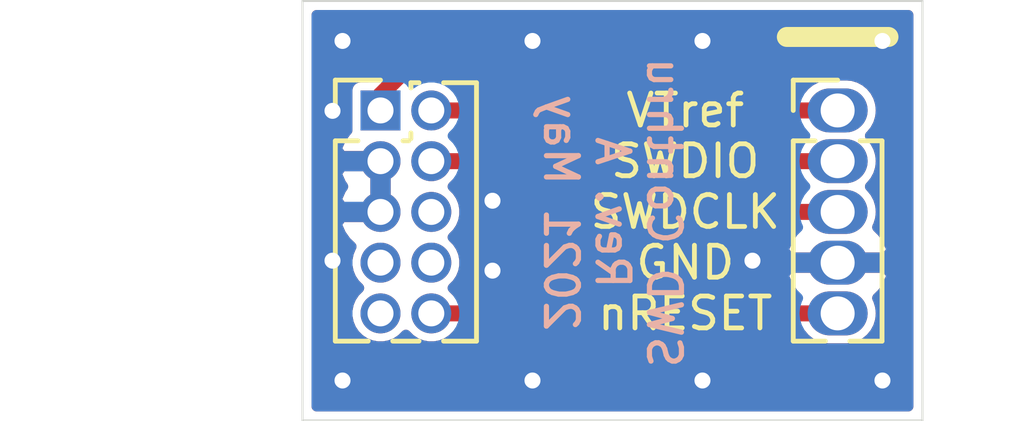
<source format=kicad_pcb>
(kicad_pcb (version 20171130) (host pcbnew "(5.1.10-1-10_14)")

  (general
    (thickness 1.6)
    (drawings 11)
    (tracks 25)
    (zones 0)
    (modules 2)
    (nets 6)
  )

  (page A4)
  (title_block
    (title SWD2Conthrough)
    (date 2021-05-27)
    (rev A)
    (company "Akiyuki Okayasu")
  )

  (layers
    (0 F.Cu signal)
    (31 B.Cu signal)
    (32 B.Adhes user)
    (33 F.Adhes user)
    (34 B.Paste user)
    (35 F.Paste user)
    (36 B.SilkS user)
    (37 F.SilkS user)
    (38 B.Mask user)
    (39 F.Mask user)
    (40 Dwgs.User user)
    (41 Cmts.User user)
    (42 Eco1.User user)
    (43 Eco2.User user)
    (44 Edge.Cuts user)
    (45 Margin user)
    (46 B.CrtYd user)
    (47 F.CrtYd user)
    (48 B.Fab user)
    (49 F.Fab user)
  )

  (setup
    (last_trace_width 0.25)
    (user_trace_width 0.4)
    (trace_clearance 0.2)
    (zone_clearance 0.2)
    (zone_45_only yes)
    (trace_min 0.2)
    (via_size 0.8)
    (via_drill 0.4)
    (via_min_size 0.4)
    (via_min_drill 0.3)
    (uvia_size 0.3)
    (uvia_drill 0.1)
    (uvias_allowed no)
    (uvia_min_size 0.2)
    (uvia_min_drill 0.1)
    (edge_width 0.05)
    (segment_width 0.2)
    (pcb_text_width 0.3)
    (pcb_text_size 1.5 1.5)
    (mod_edge_width 0.12)
    (mod_text_size 1 1)
    (mod_text_width 0.15)
    (pad_size 1.524 1.524)
    (pad_drill 0.762)
    (pad_to_mask_clearance 0)
    (aux_axis_origin 0 0)
    (grid_origin 147.1 105.4)
    (visible_elements FFFFFF7F)
    (pcbplotparams
      (layerselection 0x010fc_ffffffff)
      (usegerberextensions false)
      (usegerberattributes true)
      (usegerberadvancedattributes true)
      (creategerberjobfile true)
      (excludeedgelayer true)
      (linewidth 0.100000)
      (plotframeref false)
      (viasonmask false)
      (mode 1)
      (useauxorigin false)
      (hpglpennumber 1)
      (hpglpenspeed 20)
      (hpglpendiameter 15.000000)
      (psnegative false)
      (psa4output false)
      (plotreference true)
      (plotvalue true)
      (plotinvisibletext false)
      (padsonsilk false)
      (subtractmaskfromsilk false)
      (outputformat 1)
      (mirror false)
      (drillshape 0)
      (scaleselection 1)
      (outputdirectory "JLinkSWDJig_RevA_Gerber/"))
  )

  (net 0 "")
  (net 1 /~RESET)
  (net 2 GND)
  (net 3 /SWDCLK)
  (net 4 /SWDIO)
  (net 5 /VTref)

  (net_class Default "This is the default net class."
    (clearance 0.2)
    (trace_width 0.25)
    (via_dia 0.8)
    (via_drill 0.4)
    (uvia_dia 0.3)
    (uvia_drill 0.1)
    (add_net /SWDCLK)
    (add_net /SWDIO)
    (add_net /VTref)
    (add_net /~RESET)
    (add_net GND)
  )

  (module Akiyuki_Footprint:Mac8_XB-1_P1.27mm_Vertical_5pin (layer F.Cu) (tedit 60ADDF4C) (tstamp 60AD3113)
    (at 157.48 104.14)
    (descr "Through hole straight pin header, 1x05, 1.27mm pitch, single row")
    (tags "Through hole pin header THT 1x05 1.27mm single row")
    (path /60AD4D91)
    (fp_text reference J2 (at 0 -1.695) (layer F.SilkS) hide
      (effects (font (size 1 1) (thickness 0.15)))
    )
    (fp_text value Conn_01x05 (at 0 6.775) (layer F.Fab)
      (effects (font (size 1 1) (thickness 0.15)))
    )
    (fp_line (start -0.525 -0.635) (end 1.05 -0.635) (layer F.Fab) (width 0.1))
    (fp_line (start 1.05 -0.635) (end 1.05 5.715) (layer F.Fab) (width 0.1))
    (fp_line (start 1.05 5.715) (end -1.05 5.715) (layer F.Fab) (width 0.1))
    (fp_line (start -1.05 5.715) (end -1.05 -0.11) (layer F.Fab) (width 0.1))
    (fp_line (start -1.05 -0.11) (end -0.525 -0.635) (layer F.Fab) (width 0.1))
    (fp_line (start -1.11 5.775) (end -0.30753 5.775) (layer F.SilkS) (width 0.12))
    (fp_line (start 0.30753 5.775) (end 1.11 5.775) (layer F.SilkS) (width 0.12))
    (fp_line (start -1.11 0.76) (end -1.11 5.775) (layer F.SilkS) (width 0.12))
    (fp_line (start 1.11 0.76) (end 1.11 5.775) (layer F.SilkS) (width 0.12))
    (fp_line (start -1.11 0.76) (end -0.563471 0.76) (layer F.SilkS) (width 0.12))
    (fp_line (start 0.563471 0.76) (end 1.11 0.76) (layer F.SilkS) (width 0.12))
    (fp_line (start -1.11 0) (end -1.11 -0.76) (layer F.SilkS) (width 0.12))
    (fp_line (start -1.11 -0.76) (end 0 -0.76) (layer F.SilkS) (width 0.12))
    (fp_line (start -1.55 -1.15) (end -1.55 6.25) (layer F.CrtYd) (width 0.05))
    (fp_line (start -1.55 6.25) (end 1.55 6.25) (layer F.CrtYd) (width 0.05))
    (fp_line (start 1.55 6.25) (end 1.55 -1.15) (layer F.CrtYd) (width 0.05))
    (fp_line (start 1.55 -1.15) (end -1.55 -1.15) (layer F.CrtYd) (width 0.05))
    (fp_text user %R (at 0 2.54 90) (layer F.Fab)
      (effects (font (size 1 1) (thickness 0.15)))
    )
    (pad 1 thru_hole oval (at 0 0) (size 1.5 1.1) (drill 0.85) (layers *.Cu *.Mask)
      (net 5 /VTref))
    (pad 2 thru_hole oval (at 0 1.27) (size 1.5 1.1) (drill 0.85) (layers *.Cu *.Mask)
      (net 4 /SWDIO))
    (pad 3 thru_hole oval (at 0 2.54) (size 1.5 1.1) (drill 0.85) (layers *.Cu *.Mask)
      (net 3 /SWDCLK))
    (pad 4 thru_hole oval (at 0 3.81) (size 1.5 1.1) (drill 0.85) (layers *.Cu *.Mask)
      (net 2 GND))
    (pad 5 thru_hole oval (at 0 5.08) (size 1.5 1.1) (drill 0.85) (layers *.Cu *.Mask)
      (net 1 /~RESET))
    (model ${KISYS3DMOD}/Connector_PinHeader_1.27mm.3dshapes/PinHeader_1x05_P1.27mm_Vertical.wrl
      (at (xyz 0 0 0))
      (scale (xyz 1 1 1))
      (rotate (xyz 0 0 0))
    )
  )

  (module Connector_PinHeader_1.27mm:PinHeader_2x05_P1.27mm_Vertical (layer F.Cu) (tedit 59FED6E3) (tstamp 60AD32A9)
    (at 146.05 104.14)
    (descr "Through hole straight pin header, 2x05, 1.27mm pitch, double rows")
    (tags "Through hole pin header THT 2x05 1.27mm double row")
    (path /60AD3C0D)
    (fp_text reference J1 (at 0.635 -1.695) (layer F.SilkS) hide
      (effects (font (size 1 1) (thickness 0.15)))
    )
    (fp_text value JLink_9pinCortexM_Adapter (at 0.635 6.775) (layer F.Fab)
      (effects (font (size 1 1) (thickness 0.15)))
    )
    (fp_line (start 2.85 -1.15) (end -1.6 -1.15) (layer F.CrtYd) (width 0.05))
    (fp_line (start 2.85 6.25) (end 2.85 -1.15) (layer F.CrtYd) (width 0.05))
    (fp_line (start -1.6 6.25) (end 2.85 6.25) (layer F.CrtYd) (width 0.05))
    (fp_line (start -1.6 -1.15) (end -1.6 6.25) (layer F.CrtYd) (width 0.05))
    (fp_line (start -1.13 -0.76) (end 0 -0.76) (layer F.SilkS) (width 0.12))
    (fp_line (start -1.13 0) (end -1.13 -0.76) (layer F.SilkS) (width 0.12))
    (fp_line (start 1.57753 -0.695) (end 2.4 -0.695) (layer F.SilkS) (width 0.12))
    (fp_line (start 0.76 -0.695) (end 0.96247 -0.695) (layer F.SilkS) (width 0.12))
    (fp_line (start 0.76 -0.563471) (end 0.76 -0.695) (layer F.SilkS) (width 0.12))
    (fp_line (start 0.76 0.706529) (end 0.76 0.563471) (layer F.SilkS) (width 0.12))
    (fp_line (start 0.563471 0.76) (end 0.706529 0.76) (layer F.SilkS) (width 0.12))
    (fp_line (start -1.13 0.76) (end -0.563471 0.76) (layer F.SilkS) (width 0.12))
    (fp_line (start 2.4 -0.695) (end 2.4 5.775) (layer F.SilkS) (width 0.12))
    (fp_line (start -1.13 0.76) (end -1.13 5.775) (layer F.SilkS) (width 0.12))
    (fp_line (start 0.30753 5.775) (end 0.96247 5.775) (layer F.SilkS) (width 0.12))
    (fp_line (start 1.57753 5.775) (end 2.4 5.775) (layer F.SilkS) (width 0.12))
    (fp_line (start -1.13 5.775) (end -0.30753 5.775) (layer F.SilkS) (width 0.12))
    (fp_line (start -1.07 0.2175) (end -0.2175 -0.635) (layer F.Fab) (width 0.1))
    (fp_line (start -1.07 5.715) (end -1.07 0.2175) (layer F.Fab) (width 0.1))
    (fp_line (start 2.34 5.715) (end -1.07 5.715) (layer F.Fab) (width 0.1))
    (fp_line (start 2.34 -0.635) (end 2.34 5.715) (layer F.Fab) (width 0.1))
    (fp_line (start -0.2175 -0.635) (end 2.34 -0.635) (layer F.Fab) (width 0.1))
    (fp_text user %R (at 0.635 2.54 90) (layer F.Fab)
      (effects (font (size 1 1) (thickness 0.15)))
    )
    (pad 1 thru_hole rect (at 0 0) (size 1 1) (drill 0.65) (layers *.Cu *.Mask)
      (net 5 /VTref))
    (pad 2 thru_hole oval (at 1.27 0) (size 1 1) (drill 0.65) (layers *.Cu *.Mask)
      (net 4 /SWDIO))
    (pad 3 thru_hole oval (at 0 1.27) (size 1 1) (drill 0.65) (layers *.Cu *.Mask)
      (net 2 GND))
    (pad 4 thru_hole oval (at 1.27 1.27) (size 1 1) (drill 0.65) (layers *.Cu *.Mask)
      (net 3 /SWDCLK))
    (pad 5 thru_hole oval (at 0 2.54) (size 1 1) (drill 0.65) (layers *.Cu *.Mask)
      (net 2 GND))
    (pad 6 thru_hole oval (at 1.27 2.54) (size 1 1) (drill 0.65) (layers *.Cu *.Mask))
    (pad 7 thru_hole oval (at 0 3.81) (size 1 1) (drill 0.65) (layers *.Cu *.Mask))
    (pad 8 thru_hole oval (at 1.27 3.81) (size 1 1) (drill 0.65) (layers *.Cu *.Mask))
    (pad 9 thru_hole oval (at 0 5.08) (size 1 1) (drill 0.65) (layers *.Cu *.Mask))
    (pad 10 thru_hole oval (at 1.27 5.08) (size 1 1) (drill 0.65) (layers *.Cu *.Mask)
      (net 1 /~RESET))
    (model ${KISYS3DMOD}/Connector_PinHeader_1.27mm.3dshapes/PinHeader_2x05_P1.27mm_Vertical.wrl
      (at (xyz 0 0 0))
      (scale (xyz 1 1 1))
      (rotate (xyz 0 0 0))
    )
  )

  (gr_text "SWD Conthru\nRev. A\n2021 May" (at 151.85 106.7 -90) (layer B.SilkS)
    (effects (font (size 0.8 0.8) (thickness 0.13)) (justify mirror))
  )
  (gr_line (start 159.6 101.4) (end 144.1 101.4) (layer Edge.Cuts) (width 0.05) (tstamp 60AD349A))
  (gr_line (start 159.6 111.9) (end 159.6 101.4) (layer Edge.Cuts) (width 0.05))
  (gr_line (start 144.1 111.9) (end 159.6 111.9) (layer Edge.Cuts) (width 0.05))
  (gr_line (start 144.1 101.4) (end 144.1 111.9) (layer Edge.Cuts) (width 0.05))
  (gr_line (start 156.21 102.3) (end 158.75 102.3) (layer F.SilkS) (width 0.5))
  (gr_text nRESET (at 153.67 109.22) (layer F.SilkS) (tstamp 60AD33A1)
    (effects (font (size 0.8 0.8) (thickness 0.12)))
  )
  (gr_text GND (at 153.67 107.95) (layer F.SilkS) (tstamp 60AD339E)
    (effects (font (size 0.8 0.8) (thickness 0.12)))
  )
  (gr_text SWDCLK (at 153.67 106.68) (layer F.SilkS) (tstamp 60AD339A)
    (effects (font (size 0.8 0.8) (thickness 0.12)))
  )
  (gr_text SWDIO (at 153.67 105.41) (layer F.SilkS) (tstamp 60AD338C)
    (effects (font (size 0.8 0.8) (thickness 0.12)))
  )
  (gr_text VTref (at 153.67 104.14) (layer F.SilkS)
    (effects (font (size 0.8 0.8) (thickness 0.12)))
  )

  (segment (start 157.48 109.22) (end 147.32 109.22) (width 0.4) (layer F.Cu) (net 1))
  (via (at 145.1 102.4) (size 0.8) (drill 0.4) (layers F.Cu B.Cu) (net 2))
  (via (at 145.1 110.9) (size 0.8) (drill 0.4) (layers F.Cu B.Cu) (net 2))
  (via (at 149.85 110.9) (size 0.8) (drill 0.4) (layers F.Cu B.Cu) (net 2))
  (via (at 154.1 110.9) (size 0.8) (drill 0.4) (layers F.Cu B.Cu) (net 2))
  (via (at 158.6 110.9) (size 0.8) (drill 0.4) (layers F.Cu B.Cu) (net 2))
  (via (at 158.6 102.4) (size 0.8) (drill 0.4) (layers F.Cu B.Cu) (net 2))
  (via (at 154.1 102.4) (size 0.8) (drill 0.4) (layers F.Cu B.Cu) (net 2))
  (via (at 149.85 102.4) (size 0.8) (drill 0.4) (layers F.Cu B.Cu) (net 2))
  (via (at 155.35 107.9) (size 0.8) (drill 0.4) (layers F.Cu B.Cu) (net 2))
  (via (at 148.85 106.4) (size 0.8) (drill 0.4) (layers F.Cu B.Cu) (net 2))
  (via (at 148.85 108.15) (size 0.8) (drill 0.4) (layers F.Cu B.Cu) (net 2))
  (via (at 144.85 107.9) (size 0.8) (drill 0.4) (layers F.Cu B.Cu) (net 2))
  (via (at 144.85 104.15) (size 0.8) (drill 0.4) (layers F.Cu B.Cu) (net 2))
  (segment (start 154.36 105.41) (end 147.32 105.41) (width 0.4) (layer F.Cu) (net 3))
  (segment (start 155.63 106.68) (end 154.36 105.41) (width 0.4) (layer F.Cu) (net 3))
  (segment (start 157.48 106.68) (end 155.63 106.68) (width 0.4) (layer F.Cu) (net 3))
  (segment (start 154.59 104.14) (end 147.32 104.14) (width 0.4) (layer F.Cu) (net 4))
  (segment (start 155.86 105.41) (end 154.59 104.14) (width 0.4) (layer F.Cu) (net 4))
  (segment (start 157.48 105.41) (end 155.86 105.41) (width 0.4) (layer F.Cu) (net 4))
  (segment (start 156.04 104.14) (end 157.48 104.14) (width 0.4) (layer F.Cu) (net 5))
  (segment (start 146.6 103.2) (end 155.1 103.2) (width 0.4) (layer F.Cu) (net 5))
  (segment (start 155.1 103.2) (end 156.04 104.14) (width 0.4) (layer F.Cu) (net 5))
  (segment (start 146.05 103.75) (end 146.6 103.2) (width 0.4) (layer F.Cu) (net 5))
  (segment (start 146.05 104.14) (end 146.05 103.75) (width 0.4) (layer F.Cu) (net 5))

  (zone (net 2) (net_name GND) (layer F.Cu) (tstamp 60AD3AD9) (hatch edge 0.508)
    (connect_pads (clearance 0.2))
    (min_thickness 0.254)
    (fill yes (arc_segments 32) (thermal_gap 0.508) (thermal_bridge_width 0.508))
    (polygon
      (pts
        (xy 159.6 111.9) (xy 144.1 111.9) (xy 144.1 101.4) (xy 159.6 101.4)
      )
    )
    (filled_polygon
      (pts
        (xy 159.248 111.548) (xy 144.452 111.548) (xy 144.452 105.711874) (xy 144.955881 105.711874) (xy 144.972554 105.766864)
        (xy 145.062877 105.970206) (xy 145.115639 106.045) (xy 145.062877 106.119794) (xy 144.972554 106.323136) (xy 144.955881 106.378126)
        (xy 145.082046 106.553) (xy 145.923 106.553) (xy 145.923 105.537) (xy 145.082046 105.537) (xy 144.955881 105.711874)
        (xy 144.452 105.711874) (xy 144.452 105.108126) (xy 144.955881 105.108126) (xy 145.082046 105.283) (xy 145.923 105.283)
        (xy 145.923 105.263) (xy 146.177 105.263) (xy 146.177 105.283) (xy 146.197 105.283) (xy 146.197 105.537)
        (xy 146.177 105.537) (xy 146.177 106.553) (xy 146.197 106.553) (xy 146.197 106.807) (xy 146.177 106.807)
        (xy 146.177 106.827) (xy 145.923 106.827) (xy 145.923 106.807) (xy 145.082046 106.807) (xy 144.955881 106.981874)
        (xy 144.972554 107.036864) (xy 145.062877 107.240206) (xy 145.191135 107.42202) (xy 145.323859 107.548188) (xy 145.317123 107.558269)
        (xy 145.254782 107.708773) (xy 145.223 107.868548) (xy 145.223 108.031452) (xy 145.254782 108.191227) (xy 145.317123 108.341731)
        (xy 145.407628 108.477181) (xy 145.515447 108.585) (xy 145.407628 108.692819) (xy 145.317123 108.828269) (xy 145.254782 108.978773)
        (xy 145.223 109.138548) (xy 145.223 109.301452) (xy 145.254782 109.461227) (xy 145.317123 109.611731) (xy 145.407628 109.747181)
        (xy 145.522819 109.862372) (xy 145.658269 109.952877) (xy 145.808773 110.015218) (xy 145.968548 110.047) (xy 146.131452 110.047)
        (xy 146.291227 110.015218) (xy 146.441731 109.952877) (xy 146.577181 109.862372) (xy 146.685 109.754553) (xy 146.792819 109.862372)
        (xy 146.928269 109.952877) (xy 147.078773 110.015218) (xy 147.238548 110.047) (xy 147.401452 110.047) (xy 147.561227 110.015218)
        (xy 147.711731 109.952877) (xy 147.847181 109.862372) (xy 147.962372 109.747181) (xy 147.962493 109.747) (xy 156.577973 109.747)
        (xy 156.656867 109.843133) (xy 156.790408 109.952727) (xy 156.942763 110.034162) (xy 157.108078 110.08431) (xy 157.236921 110.097)
        (xy 157.723079 110.097) (xy 157.851922 110.08431) (xy 158.017237 110.034162) (xy 158.169592 109.952727) (xy 158.303133 109.843133)
        (xy 158.412727 109.709592) (xy 158.494162 109.557237) (xy 158.54431 109.391922) (xy 158.561243 109.22) (xy 158.54431 109.048078)
        (xy 158.494162 108.882763) (xy 158.469522 108.836664) (xy 158.598934 108.707877) (xy 158.729131 108.514039) (xy 158.819011 108.298526)
        (xy 158.823803 108.259744) (xy 158.698361 108.077) (xy 157.607 108.077) (xy 157.607 108.097) (xy 157.353 108.097)
        (xy 157.353 108.077) (xy 156.261639 108.077) (xy 156.136197 108.259744) (xy 156.140989 108.298526) (xy 156.230869 108.514039)
        (xy 156.351073 108.693) (xy 147.962493 108.693) (xy 147.962372 108.692819) (xy 147.854553 108.585) (xy 147.962372 108.477181)
        (xy 148.052877 108.341731) (xy 148.115218 108.191227) (xy 148.147 108.031452) (xy 148.147 107.868548) (xy 148.115218 107.708773)
        (xy 148.052877 107.558269) (xy 147.962372 107.422819) (xy 147.854553 107.315) (xy 147.962372 107.207181) (xy 148.052877 107.071731)
        (xy 148.115218 106.921227) (xy 148.147 106.761452) (xy 148.147 106.598548) (xy 148.115218 106.438773) (xy 148.052877 106.288269)
        (xy 147.962372 106.152819) (xy 147.854553 106.045) (xy 147.962372 105.937181) (xy 147.962493 105.937) (xy 154.141711 105.937)
        (xy 155.239049 107.034339) (xy 155.255552 107.054448) (xy 155.335798 107.120304) (xy 155.400303 107.154782) (xy 155.42735 107.169239)
        (xy 155.52669 107.199374) (xy 155.629999 107.209549) (xy 155.65588 107.207) (xy 156.351073 107.207) (xy 156.230869 107.385961)
        (xy 156.140989 107.601474) (xy 156.136197 107.640256) (xy 156.261639 107.823) (xy 157.353 107.823) (xy 157.353 107.803)
        (xy 157.607 107.803) (xy 157.607 107.823) (xy 158.698361 107.823) (xy 158.823803 107.640256) (xy 158.819011 107.601474)
        (xy 158.729131 107.385961) (xy 158.598934 107.192123) (xy 158.469522 107.063336) (xy 158.494162 107.017237) (xy 158.54431 106.851922)
        (xy 158.561243 106.68) (xy 158.54431 106.508078) (xy 158.494162 106.342763) (xy 158.412727 106.190408) (xy 158.303133 106.056867)
        (xy 158.288673 106.045) (xy 158.303133 106.033133) (xy 158.412727 105.899592) (xy 158.494162 105.747237) (xy 158.54431 105.581922)
        (xy 158.561243 105.41) (xy 158.54431 105.238078) (xy 158.494162 105.072763) (xy 158.412727 104.920408) (xy 158.303133 104.786867)
        (xy 158.288673 104.775) (xy 158.303133 104.763133) (xy 158.412727 104.629592) (xy 158.494162 104.477237) (xy 158.54431 104.311922)
        (xy 158.561243 104.14) (xy 158.54431 103.968078) (xy 158.494162 103.802763) (xy 158.412727 103.650408) (xy 158.303133 103.516867)
        (xy 158.169592 103.407273) (xy 158.017237 103.325838) (xy 157.851922 103.27569) (xy 157.723079 103.263) (xy 157.236921 103.263)
        (xy 157.108078 103.27569) (xy 156.942763 103.325838) (xy 156.790408 103.407273) (xy 156.656867 103.516867) (xy 156.577973 103.613)
        (xy 156.258291 103.613) (xy 155.490955 102.845666) (xy 155.474448 102.825552) (xy 155.394202 102.759696) (xy 155.30265 102.710761)
        (xy 155.20331 102.680626) (xy 155.125881 102.673) (xy 155.1 102.670451) (xy 155.074119 102.673) (xy 146.625877 102.673)
        (xy 146.599999 102.670451) (xy 146.574121 102.673) (xy 146.574119 102.673) (xy 146.49669 102.680626) (xy 146.39735 102.710761)
        (xy 146.305798 102.759696) (xy 146.225552 102.825552) (xy 146.209049 102.845661) (xy 145.743293 103.311418) (xy 145.55 103.311418)
        (xy 145.485897 103.317732) (xy 145.424257 103.33643) (xy 145.36745 103.366794) (xy 145.317657 103.407657) (xy 145.276794 103.45745)
        (xy 145.24643 103.514257) (xy 145.227732 103.575897) (xy 145.221418 103.64) (xy 145.221418 104.639193) (xy 145.191135 104.66798)
        (xy 145.062877 104.849794) (xy 144.972554 105.053136) (xy 144.955881 105.108126) (xy 144.452 105.108126) (xy 144.452 101.752)
        (xy 159.248001 101.752)
      )
    )
  )
  (zone (net 2) (net_name GND) (layer B.Cu) (tstamp 60AD3AD6) (hatch edge 0.508)
    (connect_pads (clearance 0.2))
    (min_thickness 0.254)
    (fill yes (arc_segments 32) (thermal_gap 0.508) (thermal_bridge_width 0.508))
    (polygon
      (pts
        (xy 159.6 111.9) (xy 144.1 111.9) (xy 144.1 101.4) (xy 159.6 101.4)
      )
    )
    (filled_polygon
      (pts
        (xy 159.248 111.548) (xy 144.452 111.548) (xy 144.452 105.711874) (xy 144.955881 105.711874) (xy 144.972554 105.766864)
        (xy 145.062877 105.970206) (xy 145.115639 106.045) (xy 145.062877 106.119794) (xy 144.972554 106.323136) (xy 144.955881 106.378126)
        (xy 145.082046 106.553) (xy 145.923 106.553) (xy 145.923 105.537) (xy 145.082046 105.537) (xy 144.955881 105.711874)
        (xy 144.452 105.711874) (xy 144.452 105.108126) (xy 144.955881 105.108126) (xy 145.082046 105.283) (xy 145.923 105.283)
        (xy 145.923 105.263) (xy 146.177 105.263) (xy 146.177 105.283) (xy 146.197 105.283) (xy 146.197 105.537)
        (xy 146.177 105.537) (xy 146.177 106.553) (xy 146.197 106.553) (xy 146.197 106.807) (xy 146.177 106.807)
        (xy 146.177 106.827) (xy 145.923 106.827) (xy 145.923 106.807) (xy 145.082046 106.807) (xy 144.955881 106.981874)
        (xy 144.972554 107.036864) (xy 145.062877 107.240206) (xy 145.191135 107.42202) (xy 145.323859 107.548188) (xy 145.317123 107.558269)
        (xy 145.254782 107.708773) (xy 145.223 107.868548) (xy 145.223 108.031452) (xy 145.254782 108.191227) (xy 145.317123 108.341731)
        (xy 145.407628 108.477181) (xy 145.515447 108.585) (xy 145.407628 108.692819) (xy 145.317123 108.828269) (xy 145.254782 108.978773)
        (xy 145.223 109.138548) (xy 145.223 109.301452) (xy 145.254782 109.461227) (xy 145.317123 109.611731) (xy 145.407628 109.747181)
        (xy 145.522819 109.862372) (xy 145.658269 109.952877) (xy 145.808773 110.015218) (xy 145.968548 110.047) (xy 146.131452 110.047)
        (xy 146.291227 110.015218) (xy 146.441731 109.952877) (xy 146.577181 109.862372) (xy 146.685 109.754553) (xy 146.792819 109.862372)
        (xy 146.928269 109.952877) (xy 147.078773 110.015218) (xy 147.238548 110.047) (xy 147.401452 110.047) (xy 147.561227 110.015218)
        (xy 147.711731 109.952877) (xy 147.847181 109.862372) (xy 147.962372 109.747181) (xy 148.052877 109.611731) (xy 148.115218 109.461227)
        (xy 148.147 109.301452) (xy 148.147 109.138548) (xy 148.115218 108.978773) (xy 148.052877 108.828269) (xy 147.962372 108.692819)
        (xy 147.854553 108.585) (xy 147.962372 108.477181) (xy 148.052877 108.341731) (xy 148.086837 108.259744) (xy 156.136197 108.259744)
        (xy 156.140989 108.298526) (xy 156.230869 108.514039) (xy 156.361066 108.707877) (xy 156.490478 108.836664) (xy 156.465838 108.882763)
        (xy 156.41569 109.048078) (xy 156.398757 109.22) (xy 156.41569 109.391922) (xy 156.465838 109.557237) (xy 156.547273 109.709592)
        (xy 156.656867 109.843133) (xy 156.790408 109.952727) (xy 156.942763 110.034162) (xy 157.108078 110.08431) (xy 157.236921 110.097)
        (xy 157.723079 110.097) (xy 157.851922 110.08431) (xy 158.017237 110.034162) (xy 158.169592 109.952727) (xy 158.303133 109.843133)
        (xy 158.412727 109.709592) (xy 158.494162 109.557237) (xy 158.54431 109.391922) (xy 158.561243 109.22) (xy 158.54431 109.048078)
        (xy 158.494162 108.882763) (xy 158.469522 108.836664) (xy 158.598934 108.707877) (xy 158.729131 108.514039) (xy 158.819011 108.298526)
        (xy 158.823803 108.259744) (xy 158.698361 108.077) (xy 157.607 108.077) (xy 157.607 108.097) (xy 157.353 108.097)
        (xy 157.353 108.077) (xy 156.261639 108.077) (xy 156.136197 108.259744) (xy 148.086837 108.259744) (xy 148.115218 108.191227)
        (xy 148.147 108.031452) (xy 148.147 107.868548) (xy 148.115218 107.708773) (xy 148.086838 107.640256) (xy 156.136197 107.640256)
        (xy 156.261639 107.823) (xy 157.353 107.823) (xy 157.353 107.803) (xy 157.607 107.803) (xy 157.607 107.823)
        (xy 158.698361 107.823) (xy 158.823803 107.640256) (xy 158.819011 107.601474) (xy 158.729131 107.385961) (xy 158.598934 107.192123)
        (xy 158.469522 107.063336) (xy 158.494162 107.017237) (xy 158.54431 106.851922) (xy 158.561243 106.68) (xy 158.54431 106.508078)
        (xy 158.494162 106.342763) (xy 158.412727 106.190408) (xy 158.303133 106.056867) (xy 158.288673 106.045) (xy 158.303133 106.033133)
        (xy 158.412727 105.899592) (xy 158.494162 105.747237) (xy 158.54431 105.581922) (xy 158.561243 105.41) (xy 158.54431 105.238078)
        (xy 158.494162 105.072763) (xy 158.412727 104.920408) (xy 158.303133 104.786867) (xy 158.288673 104.775) (xy 158.303133 104.763133)
        (xy 158.412727 104.629592) (xy 158.494162 104.477237) (xy 158.54431 104.311922) (xy 158.561243 104.14) (xy 158.54431 103.968078)
        (xy 158.494162 103.802763) (xy 158.412727 103.650408) (xy 158.303133 103.516867) (xy 158.169592 103.407273) (xy 158.017237 103.325838)
        (xy 157.851922 103.27569) (xy 157.723079 103.263) (xy 157.236921 103.263) (xy 157.108078 103.27569) (xy 156.942763 103.325838)
        (xy 156.790408 103.407273) (xy 156.656867 103.516867) (xy 156.547273 103.650408) (xy 156.465838 103.802763) (xy 156.41569 103.968078)
        (xy 156.398757 104.14) (xy 156.41569 104.311922) (xy 156.465838 104.477237) (xy 156.547273 104.629592) (xy 156.656867 104.763133)
        (xy 156.671327 104.775) (xy 156.656867 104.786867) (xy 156.547273 104.920408) (xy 156.465838 105.072763) (xy 156.41569 105.238078)
        (xy 156.398757 105.41) (xy 156.41569 105.581922) (xy 156.465838 105.747237) (xy 156.547273 105.899592) (xy 156.656867 106.033133)
        (xy 156.671327 106.045) (xy 156.656867 106.056867) (xy 156.547273 106.190408) (xy 156.465838 106.342763) (xy 156.41569 106.508078)
        (xy 156.398757 106.68) (xy 156.41569 106.851922) (xy 156.465838 107.017237) (xy 156.490478 107.063336) (xy 156.361066 107.192123)
        (xy 156.230869 107.385961) (xy 156.140989 107.601474) (xy 156.136197 107.640256) (xy 148.086838 107.640256) (xy 148.052877 107.558269)
        (xy 147.962372 107.422819) (xy 147.854553 107.315) (xy 147.962372 107.207181) (xy 148.052877 107.071731) (xy 148.115218 106.921227)
        (xy 148.147 106.761452) (xy 148.147 106.598548) (xy 148.115218 106.438773) (xy 148.052877 106.288269) (xy 147.962372 106.152819)
        (xy 147.854553 106.045) (xy 147.962372 105.937181) (xy 148.052877 105.801731) (xy 148.115218 105.651227) (xy 148.147 105.491452)
        (xy 148.147 105.328548) (xy 148.115218 105.168773) (xy 148.052877 105.018269) (xy 147.962372 104.882819) (xy 147.854553 104.775)
        (xy 147.962372 104.667181) (xy 148.052877 104.531731) (xy 148.115218 104.381227) (xy 148.147 104.221452) (xy 148.147 104.058548)
        (xy 148.115218 103.898773) (xy 148.052877 103.748269) (xy 147.962372 103.612819) (xy 147.847181 103.497628) (xy 147.711731 103.407123)
        (xy 147.561227 103.344782) (xy 147.401452 103.313) (xy 147.238548 103.313) (xy 147.078773 103.344782) (xy 146.928269 103.407123)
        (xy 146.831033 103.472094) (xy 146.823206 103.45745) (xy 146.782343 103.407657) (xy 146.73255 103.366794) (xy 146.675743 103.33643)
        (xy 146.614103 103.317732) (xy 146.55 103.311418) (xy 145.55 103.311418) (xy 145.485897 103.317732) (xy 145.424257 103.33643)
        (xy 145.36745 103.366794) (xy 145.317657 103.407657) (xy 145.276794 103.45745) (xy 145.24643 103.514257) (xy 145.227732 103.575897)
        (xy 145.221418 103.64) (xy 145.221418 104.639193) (xy 145.191135 104.66798) (xy 145.062877 104.849794) (xy 144.972554 105.053136)
        (xy 144.955881 105.108126) (xy 144.452 105.108126) (xy 144.452 101.752) (xy 159.248001 101.752)
      )
    )
  )
)

</source>
